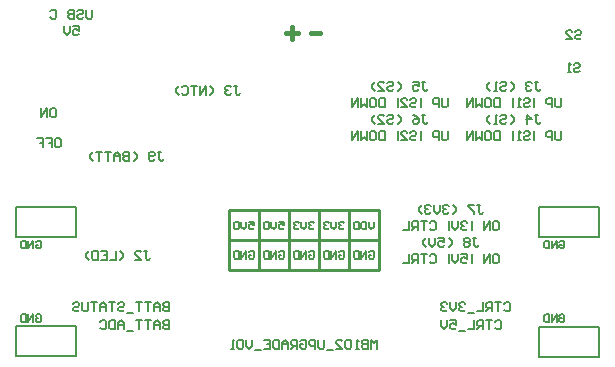
<source format=gbo>
G04*
G04 #@! TF.GenerationSoftware,Altium Limited,Altium Designer,24.2.2 (26)*
G04*
G04 Layer_Color=5220458*
%FSLAX25Y25*%
%MOIN*%
G70*
G04*
G04 #@! TF.SameCoordinates,5F421DDB-3BC7-4088-8A48-602F4A50BB0D*
G04*
G04*
G04 #@! TF.FilePolarity,Positive*
G04*
G01*
G75*
%ADD11C,0.00787*%
%ADD13C,0.00800*%
%ADD14C,0.01000*%
%ADD17C,0.01500*%
D11*
X183500Y11000D02*
X203500D01*
X183500Y21000D02*
X203500D01*
X183500Y11000D02*
Y21000D01*
X203500Y11000D02*
Y21000D01*
X183500Y51000D02*
Y61000D01*
X203500D01*
X183500Y51000D02*
X203500D01*
Y61000D01*
X9000Y11500D02*
Y21500D01*
X29000D01*
X9000Y11500D02*
X29000D01*
Y21500D01*
X9000Y51000D02*
Y61000D01*
X29000D01*
X9000Y51000D02*
X29000D01*
Y61000D01*
D13*
X190166Y24833D02*
X190583Y25250D01*
X191416D01*
X191832Y24833D01*
Y23167D01*
X191416Y22750D01*
X190583D01*
X190166Y23167D01*
Y24000D01*
X190999D01*
X189333Y22750D02*
Y25250D01*
X187667Y22750D01*
Y25250D01*
X186834D02*
Y22750D01*
X185584D01*
X185168Y23167D01*
Y24833D01*
X185584Y25250D01*
X186834D01*
X128326Y56169D02*
Y54502D01*
X127493Y53669D01*
X126660Y54502D01*
Y56169D01*
X125827D02*
Y53669D01*
X124577D01*
X124160Y54086D01*
Y55752D01*
X124577Y56169D01*
X125827D01*
X123327D02*
Y53669D01*
X122078D01*
X121661Y54086D01*
Y55752D01*
X122078Y56169D01*
X123327D01*
X118329Y55752D02*
X117912Y56169D01*
X117079D01*
X116663Y55752D01*
Y55336D01*
X117079Y54919D01*
X117496D01*
X117079D01*
X116663Y54502D01*
Y54086D01*
X117079Y53669D01*
X117912D01*
X118329Y54086D01*
X115830Y56169D02*
Y54502D01*
X114997Y53669D01*
X114164Y54502D01*
Y56169D01*
X113331Y55752D02*
X112914Y56169D01*
X112081D01*
X111664Y55752D01*
Y55336D01*
X112081Y54919D01*
X112498D01*
X112081D01*
X111664Y54502D01*
Y54086D01*
X112081Y53669D01*
X112914D01*
X113331Y54086D01*
X108332Y55752D02*
X107916Y56169D01*
X107083D01*
X106666Y55752D01*
Y55336D01*
X107083Y54919D01*
X107499D01*
X107083D01*
X106666Y54502D01*
Y54086D01*
X107083Y53669D01*
X107916D01*
X108332Y54086D01*
X105833Y56169D02*
Y54502D01*
X105000Y53669D01*
X104167Y54502D01*
Y56169D01*
X103334Y55752D02*
X102917Y56169D01*
X102084D01*
X101668Y55752D01*
Y55336D01*
X102084Y54919D01*
X102501D01*
X102084D01*
X101668Y54502D01*
Y54086D01*
X102084Y53669D01*
X102917D01*
X103334Y54086D01*
X96669Y56169D02*
X98335D01*
Y54919D01*
X97502Y55336D01*
X97086D01*
X96669Y54919D01*
Y54086D01*
X97086Y53669D01*
X97919D01*
X98335Y54086D01*
X95836Y56169D02*
Y54502D01*
X95003Y53669D01*
X94170Y54502D01*
Y56169D01*
X93337Y55752D02*
X92921Y56169D01*
X92088D01*
X91671Y55752D01*
Y54086D01*
X92088Y53669D01*
X92921D01*
X93337Y54086D01*
Y55752D01*
X86673Y56169D02*
X88339D01*
Y54919D01*
X87506Y55336D01*
X87089D01*
X86673Y54919D01*
Y54086D01*
X87089Y53669D01*
X87922D01*
X88339Y54086D01*
X85839Y56169D02*
Y54502D01*
X85006Y53669D01*
X84173Y54502D01*
Y56169D01*
X83340Y55752D02*
X82924Y56169D01*
X82091D01*
X81674Y55752D01*
Y54086D01*
X82091Y53669D01*
X82924D01*
X83340Y54086D01*
Y55752D01*
X126660Y45914D02*
X127076Y46331D01*
X127909D01*
X128326Y45914D01*
Y44248D01*
X127909Y43831D01*
X127076D01*
X126660Y44248D01*
Y45081D01*
X127493D01*
X125827Y43831D02*
Y46331D01*
X124160Y43831D01*
Y46331D01*
X123327D02*
Y43831D01*
X122078D01*
X121661Y44248D01*
Y45914D01*
X122078Y46331D01*
X123327D01*
X116663Y45914D02*
X117079Y46331D01*
X117912D01*
X118329Y45914D01*
Y44248D01*
X117912Y43831D01*
X117079D01*
X116663Y44248D01*
Y45081D01*
X117496D01*
X115830Y43831D02*
Y46331D01*
X114164Y43831D01*
Y46331D01*
X113331D02*
Y43831D01*
X112081D01*
X111664Y44248D01*
Y45914D01*
X112081Y46331D01*
X113331D01*
X106666Y45914D02*
X107083Y46331D01*
X107916D01*
X108332Y45914D01*
Y44248D01*
X107916Y43831D01*
X107083D01*
X106666Y44248D01*
Y45081D01*
X107499D01*
X105833Y43831D02*
Y46331D01*
X104167Y43831D01*
Y46331D01*
X103334D02*
Y43831D01*
X102084D01*
X101668Y44248D01*
Y45914D01*
X102084Y46331D01*
X103334D01*
X96669Y45914D02*
X97086Y46331D01*
X97919D01*
X98335Y45914D01*
Y44248D01*
X97919Y43831D01*
X97086D01*
X96669Y44248D01*
Y45081D01*
X97502D01*
X95836Y43831D02*
Y46331D01*
X94170Y43831D01*
Y46331D01*
X93337D02*
Y43831D01*
X92088D01*
X91671Y44248D01*
Y45914D01*
X92088Y46331D01*
X93337D01*
X86673Y45914D02*
X87089Y46331D01*
X87922D01*
X88339Y45914D01*
Y44248D01*
X87922Y43831D01*
X87089D01*
X86673Y44248D01*
Y45081D01*
X87506D01*
X85839Y43831D02*
Y46331D01*
X84173Y43831D01*
Y46331D01*
X83340D02*
Y43831D01*
X82091D01*
X81674Y44248D01*
Y45914D01*
X82091Y46331D01*
X83340D01*
X15666Y49333D02*
X16083Y49750D01*
X16916D01*
X17332Y49333D01*
Y47667D01*
X16916Y47250D01*
X16083D01*
X15666Y47667D01*
Y48500D01*
X16499D01*
X14833Y47250D02*
Y49750D01*
X13167Y47250D01*
Y49750D01*
X12334D02*
Y47250D01*
X11084D01*
X10668Y47667D01*
Y49333D01*
X11084Y49750D01*
X12334D01*
X21000Y93999D02*
X21999D01*
X22499Y93500D01*
Y91500D01*
X21999Y91000D01*
X21000D01*
X20500Y91500D01*
Y93500D01*
X21000Y93999D01*
X19500Y91000D02*
Y93999D01*
X17501Y91000D01*
Y93999D01*
X190166Y49333D02*
X190583Y49750D01*
X191416D01*
X191832Y49333D01*
Y47667D01*
X191416Y47250D01*
X190583D01*
X190166Y47667D01*
Y48500D01*
X190999D01*
X189333Y47250D02*
Y49750D01*
X187667Y47250D01*
Y49750D01*
X186834D02*
Y47250D01*
X185584D01*
X185168Y47667D01*
Y49333D01*
X185584Y49750D01*
X186834D01*
X15666Y24833D02*
X16083Y25250D01*
X16916D01*
X17332Y24833D01*
Y23167D01*
X16916Y22750D01*
X16083D01*
X15666Y23167D01*
Y24000D01*
X16499D01*
X14833Y22750D02*
Y25250D01*
X13167Y22750D01*
Y25250D01*
X12334D02*
Y22750D01*
X11084D01*
X10668Y23167D01*
Y24833D01*
X11084Y25250D01*
X12334D01*
X60200Y29259D02*
Y26260D01*
X58701D01*
X58201Y26760D01*
Y27259D01*
X58701Y27759D01*
X60200D01*
X58701D01*
X58201Y28259D01*
Y28759D01*
X58701Y29259D01*
X60200D01*
X57201Y26260D02*
Y28259D01*
X56201Y29259D01*
X55202Y28259D01*
Y26260D01*
Y27759D01*
X57201D01*
X54202Y29259D02*
X52203D01*
X53202D01*
Y26260D01*
X51203Y29259D02*
X49204D01*
X50203D01*
Y26260D01*
X48204Y25760D02*
X46205D01*
X43205Y28759D02*
X43705Y29259D01*
X44705D01*
X45205Y28759D01*
Y28259D01*
X44705Y27759D01*
X43705D01*
X43205Y27259D01*
Y26760D01*
X43705Y26260D01*
X44705D01*
X45205Y26760D01*
X42206Y29259D02*
X40207D01*
X41206D01*
Y26260D01*
X39207D02*
Y28259D01*
X38207Y29259D01*
X37207Y28259D01*
Y26260D01*
Y27759D01*
X39207D01*
X36208Y29259D02*
X34208D01*
X35208D01*
Y26260D01*
X33209Y29259D02*
Y26760D01*
X32709Y26260D01*
X31709D01*
X31209Y26760D01*
Y29259D01*
X28210Y28759D02*
X28710Y29259D01*
X29710D01*
X30210Y28759D01*
Y28259D01*
X29710Y27759D01*
X28710D01*
X28210Y27259D01*
Y26760D01*
X28710Y26260D01*
X29710D01*
X30210Y26760D01*
X60200Y23240D02*
Y20241D01*
X58701D01*
X58201Y20741D01*
Y21241D01*
X58701Y21741D01*
X60200D01*
X58701D01*
X58201Y22240D01*
Y22740D01*
X58701Y23240D01*
X60200D01*
X57201Y20241D02*
Y22240D01*
X56201Y23240D01*
X55202Y22240D01*
Y20241D01*
Y21741D01*
X57201D01*
X54202Y23240D02*
X52203D01*
X53202D01*
Y20241D01*
X51203Y23240D02*
X49204D01*
X50203D01*
Y20241D01*
X48204Y19741D02*
X46205D01*
X45205Y20241D02*
Y22240D01*
X44205Y23240D01*
X43205Y22240D01*
Y20241D01*
Y21741D01*
X45205D01*
X42206Y23240D02*
Y20241D01*
X40706D01*
X40207Y20741D01*
Y22740D01*
X40706Y23240D01*
X42206D01*
X37207Y22740D02*
X37707Y23240D01*
X38707D01*
X39207Y22740D01*
Y20741D01*
X38707Y20241D01*
X37707D01*
X37207Y20741D01*
X181998Y102778D02*
X182997D01*
X182498D01*
Y100279D01*
X182997Y99779D01*
X183497D01*
X183997Y100279D01*
X180998Y102278D02*
X180498Y102778D01*
X179499D01*
X178999Y102278D01*
Y101778D01*
X179499Y101278D01*
X179998D01*
X179499D01*
X178999Y100778D01*
Y100279D01*
X179499Y99779D01*
X180498D01*
X180998Y100279D01*
X174000Y99779D02*
X175000Y100778D01*
Y101778D01*
X174000Y102778D01*
X170501Y102278D02*
X171001Y102778D01*
X172001D01*
X172501Y102278D01*
Y101778D01*
X172001Y101278D01*
X171001D01*
X170501Y100778D01*
Y100279D01*
X171001Y99779D01*
X172001D01*
X172501Y100279D01*
X169502Y99779D02*
X168502D01*
X169002D01*
Y102778D01*
X169502Y102278D01*
X167003Y99779D02*
X166003Y100778D01*
Y101778D01*
X167003Y102778D01*
X190745Y97259D02*
Y94760D01*
X190245Y94260D01*
X189245D01*
X188746Y94760D01*
Y97259D01*
X187746Y94260D02*
Y97259D01*
X186246D01*
X185747Y96759D01*
Y95759D01*
X186246Y95260D01*
X187746D01*
X181748Y97259D02*
Y94260D01*
X178249Y96759D02*
X178749Y97259D01*
X179748D01*
X180248Y96759D01*
Y96259D01*
X179748Y95759D01*
X178749D01*
X178249Y95260D01*
Y94760D01*
X178749Y94260D01*
X179748D01*
X180248Y94760D01*
X177249Y94260D02*
X176250D01*
X176749D01*
Y97259D01*
X177249Y96759D01*
X174750Y97259D02*
Y94260D01*
X170252Y97259D02*
Y94260D01*
X168752D01*
X168252Y94760D01*
Y96759D01*
X168752Y97259D01*
X170252D01*
X165753D02*
X166753D01*
X167253Y96759D01*
Y94760D01*
X166753Y94260D01*
X165753D01*
X165253Y94760D01*
Y96759D01*
X165753Y97259D01*
X164253D02*
Y94260D01*
X163254Y95260D01*
X162254Y94260D01*
Y97259D01*
X161254Y94260D02*
Y97259D01*
X159255Y94260D01*
Y97259D01*
X181998Y91740D02*
X182997D01*
X182498D01*
Y89241D01*
X182997Y88741D01*
X183497D01*
X183997Y89241D01*
X179499Y88741D02*
Y91740D01*
X180998Y90241D01*
X178999D01*
X174000Y88741D02*
X175000Y89741D01*
Y90740D01*
X174000Y91740D01*
X170501Y91240D02*
X171001Y91740D01*
X172001D01*
X172501Y91240D01*
Y90740D01*
X172001Y90241D01*
X171001D01*
X170501Y89741D01*
Y89241D01*
X171001Y88741D01*
X172001D01*
X172501Y89241D01*
X169502Y88741D02*
X168502D01*
X169002D01*
Y91740D01*
X169502Y91240D01*
X167003Y88741D02*
X166003Y89741D01*
Y90740D01*
X167003Y91740D01*
X190745Y86221D02*
Y83722D01*
X190245Y83222D01*
X189245D01*
X188746Y83722D01*
Y86221D01*
X187746Y83222D02*
Y86221D01*
X186246D01*
X185747Y85721D01*
Y84722D01*
X186246Y84222D01*
X187746D01*
X181748Y86221D02*
Y83222D01*
X178249Y85721D02*
X178749Y86221D01*
X179748D01*
X180248Y85721D01*
Y85222D01*
X179748Y84722D01*
X178749D01*
X178249Y84222D01*
Y83722D01*
X178749Y83222D01*
X179748D01*
X180248Y83722D01*
X177249Y83222D02*
X176250D01*
X176749D01*
Y86221D01*
X177249Y85721D01*
X174750Y86221D02*
Y83222D01*
X170252Y86221D02*
Y83222D01*
X168752D01*
X168252Y83722D01*
Y85721D01*
X168752Y86221D01*
X170252D01*
X165753D02*
X166753D01*
X167253Y85721D01*
Y83722D01*
X166753Y83222D01*
X165753D01*
X165253Y83722D01*
Y85721D01*
X165753Y86221D01*
X164253D02*
Y83222D01*
X163254Y84222D01*
X162254Y83222D01*
Y86221D01*
X161254Y83222D02*
Y86221D01*
X159255Y83222D01*
Y86221D01*
X129242Y13750D02*
Y16749D01*
X128243Y15750D01*
X127243Y16749D01*
Y13750D01*
X126243Y16749D02*
Y13750D01*
X124744D01*
X124244Y14250D01*
Y14750D01*
X124744Y15250D01*
X126243D01*
X124744D01*
X124244Y15750D01*
Y16250D01*
X124744Y16749D01*
X126243D01*
X123244Y13750D02*
X122244D01*
X122744D01*
Y16749D01*
X123244Y16250D01*
X120745D02*
X120245Y16749D01*
X119245D01*
X118746Y16250D01*
Y14250D01*
X119245Y13750D01*
X120245D01*
X120745Y14250D01*
Y16250D01*
X115746Y13750D02*
X117746D01*
X115746Y15750D01*
Y16250D01*
X116246Y16749D01*
X117246D01*
X117746Y16250D01*
X114747Y13251D02*
X112748D01*
X111748Y16749D02*
Y14250D01*
X111248Y13750D01*
X110248D01*
X109748Y14250D01*
Y16749D01*
X108749Y13750D02*
Y16749D01*
X107249D01*
X106749Y16250D01*
Y15250D01*
X107249Y14750D01*
X108749D01*
X103750Y16250D02*
X104250Y16749D01*
X105250D01*
X105750Y16250D01*
Y14250D01*
X105250Y13750D01*
X104250D01*
X103750Y14250D01*
Y15250D01*
X104750D01*
X102751Y13750D02*
Y16749D01*
X101251D01*
X100751Y16250D01*
Y15250D01*
X101251Y14750D01*
X102751D01*
X101751D02*
X100751Y13750D01*
X99752D02*
Y15750D01*
X98752Y16749D01*
X97752Y15750D01*
Y13750D01*
Y15250D01*
X99752D01*
X96753Y16749D02*
Y13750D01*
X95253D01*
X94753Y14250D01*
Y16250D01*
X95253Y16749D01*
X96753D01*
X91754D02*
X93754D01*
Y13750D01*
X91754D01*
X93754Y15250D02*
X92754D01*
X90755Y13251D02*
X88755D01*
X87756Y16749D02*
Y14750D01*
X86756Y13750D01*
X85756Y14750D01*
Y16749D01*
X84757Y16250D02*
X84257Y16749D01*
X83257D01*
X82757Y16250D01*
Y14250D01*
X83257Y13750D01*
X84257D01*
X84757Y14250D01*
Y16250D01*
X81757Y13750D02*
X80758D01*
X81258D01*
Y16749D01*
X81757Y16250D01*
X144248Y102778D02*
X145247D01*
X144747D01*
Y100279D01*
X145247Y99779D01*
X145747D01*
X146247Y100279D01*
X141249Y102778D02*
X143248D01*
Y101278D01*
X142248Y101778D01*
X141748D01*
X141249Y101278D01*
Y100279D01*
X141748Y99779D01*
X142748D01*
X143248Y100279D01*
X136250Y99779D02*
X137250Y100778D01*
Y101778D01*
X136250Y102778D01*
X132751Y102278D02*
X133251Y102778D01*
X134251D01*
X134751Y102278D01*
Y101778D01*
X134251Y101278D01*
X133251D01*
X132751Y100778D01*
Y100279D01*
X133251Y99779D01*
X134251D01*
X134751Y100279D01*
X129752Y99779D02*
X131752D01*
X129752Y101778D01*
Y102278D01*
X130252Y102778D01*
X131252D01*
X131752Y102278D01*
X128753Y99779D02*
X127753Y100778D01*
Y101778D01*
X128753Y102778D01*
X152995Y97259D02*
Y94760D01*
X152495Y94260D01*
X151495D01*
X150996Y94760D01*
Y97259D01*
X149996Y94260D02*
Y97259D01*
X148496D01*
X147996Y96759D01*
Y95759D01*
X148496Y95260D01*
X149996D01*
X143998Y97259D02*
Y94260D01*
X140499Y96759D02*
X140999Y97259D01*
X141998D01*
X142498Y96759D01*
Y96259D01*
X141998Y95759D01*
X140999D01*
X140499Y95260D01*
Y94760D01*
X140999Y94260D01*
X141998D01*
X142498Y94760D01*
X137500Y94260D02*
X139499D01*
X137500Y96259D01*
Y96759D01*
X138000Y97259D01*
X138999D01*
X139499Y96759D01*
X136500Y97259D02*
Y94260D01*
X132002Y97259D02*
Y94260D01*
X130502D01*
X130002Y94760D01*
Y96759D01*
X130502Y97259D01*
X132002D01*
X127503D02*
X128503D01*
X129003Y96759D01*
Y94760D01*
X128503Y94260D01*
X127503D01*
X127003Y94760D01*
Y96759D01*
X127503Y97259D01*
X126004D02*
Y94260D01*
X125004Y95260D01*
X124004Y94260D01*
Y97259D01*
X123004Y94260D02*
Y97259D01*
X121005Y94260D01*
Y97259D01*
X144248Y91740D02*
X145247D01*
X144747D01*
Y89241D01*
X145247Y88741D01*
X145747D01*
X146247Y89241D01*
X141249Y91740D02*
X142248Y91240D01*
X143248Y90241D01*
Y89241D01*
X142748Y88741D01*
X141748D01*
X141249Y89241D01*
Y89741D01*
X141748Y90241D01*
X143248D01*
X136250Y88741D02*
X137250Y89741D01*
Y90740D01*
X136250Y91740D01*
X132751Y91240D02*
X133251Y91740D01*
X134251D01*
X134751Y91240D01*
Y90740D01*
X134251Y90241D01*
X133251D01*
X132751Y89741D01*
Y89241D01*
X133251Y88741D01*
X134251D01*
X134751Y89241D01*
X129752Y88741D02*
X131752D01*
X129752Y90740D01*
Y91240D01*
X130252Y91740D01*
X131252D01*
X131752Y91240D01*
X128753Y88741D02*
X127753Y89741D01*
Y90740D01*
X128753Y91740D01*
X152995Y86221D02*
Y83722D01*
X152495Y83222D01*
X151495D01*
X150996Y83722D01*
Y86221D01*
X149996Y83222D02*
Y86221D01*
X148496D01*
X147996Y85721D01*
Y84722D01*
X148496Y84222D01*
X149996D01*
X143998Y86221D02*
Y83222D01*
X140499Y85721D02*
X140999Y86221D01*
X141998D01*
X142498Y85721D01*
Y85222D01*
X141998Y84722D01*
X140999D01*
X140499Y84222D01*
Y83722D01*
X140999Y83222D01*
X141998D01*
X142498Y83722D01*
X137500Y83222D02*
X139499D01*
X137500Y85222D01*
Y85721D01*
X138000Y86221D01*
X138999D01*
X139499Y85721D01*
X136500Y86221D02*
Y83222D01*
X132002Y86221D02*
Y83222D01*
X130502D01*
X130002Y83722D01*
Y85721D01*
X130502Y86221D01*
X132002D01*
X127503D02*
X128503D01*
X129003Y85721D01*
Y83722D01*
X128503Y83222D01*
X127503D01*
X127003Y83722D01*
Y85721D01*
X127503Y86221D01*
X126004D02*
Y83222D01*
X125004Y84222D01*
X124004Y83222D01*
Y86221D01*
X123004Y83222D02*
Y86221D01*
X121005Y83222D01*
Y86221D01*
X81747Y101499D02*
X82747D01*
X82247D01*
Y99000D01*
X82747Y98501D01*
X83247D01*
X83746Y99000D01*
X80747Y101000D02*
X80248Y101499D01*
X79248D01*
X78748Y101000D01*
Y100500D01*
X79248Y100000D01*
X79748D01*
X79248D01*
X78748Y99500D01*
Y99000D01*
X79248Y98501D01*
X80248D01*
X80747Y99000D01*
X73750Y98501D02*
X74749Y99500D01*
Y100500D01*
X73750Y101499D01*
X72250Y98501D02*
Y101499D01*
X70251Y98501D01*
Y101499D01*
X69251D02*
X67252D01*
X68252D01*
Y98501D01*
X64253Y101000D02*
X64753Y101499D01*
X65752D01*
X66252Y101000D01*
Y99000D01*
X65752Y98501D01*
X64753D01*
X64253Y99000D01*
X63253Y98501D02*
X62253Y99500D01*
Y100500D01*
X63253Y101499D01*
X56247Y79500D02*
X57246D01*
X56747D01*
Y77000D01*
X57246Y76500D01*
X57746D01*
X58246Y77000D01*
X55247D02*
X54747Y76500D01*
X53747D01*
X53248Y77000D01*
Y79000D01*
X53747Y79500D01*
X54747D01*
X55247Y79000D01*
Y78500D01*
X54747Y78000D01*
X53248D01*
X48249Y76500D02*
X49249Y77500D01*
Y78500D01*
X48249Y79500D01*
X46750D02*
Y76500D01*
X45250D01*
X44750Y77000D01*
Y77500D01*
X45250Y78000D01*
X46750D01*
X45250D01*
X44750Y78500D01*
Y79000D01*
X45250Y79500D01*
X46750D01*
X43751Y76500D02*
Y78500D01*
X42751Y79500D01*
X41751Y78500D01*
Y76500D01*
Y78000D01*
X43751D01*
X40752Y79500D02*
X38752D01*
X39752D01*
Y76500D01*
X37753Y79500D02*
X35753D01*
X36753D01*
Y76500D01*
X34754D02*
X33754Y77500D01*
Y78500D01*
X34754Y79500D01*
X51747Y46499D02*
X52747D01*
X52247D01*
Y44000D01*
X52747Y43501D01*
X53247D01*
X53746Y44000D01*
X48748Y43501D02*
X50748D01*
X48748Y45500D01*
Y46000D01*
X49248Y46499D01*
X50248D01*
X50748Y46000D01*
X43750Y43501D02*
X44749Y44500D01*
Y45500D01*
X43750Y46499D01*
X42250D02*
Y43501D01*
X40251D01*
X37252Y46499D02*
X39251D01*
Y43501D01*
X37252D01*
X39251Y45000D02*
X38252D01*
X36252Y46499D02*
Y43501D01*
X34753D01*
X34253Y44000D01*
Y46000D01*
X34753Y46499D01*
X36252D01*
X33253Y43501D02*
X32254Y44500D01*
Y45500D01*
X33253Y46499D01*
X162747Y61778D02*
X163747D01*
X163247D01*
Y59279D01*
X163747Y58779D01*
X164247D01*
X164746Y59279D01*
X161748Y61778D02*
X159748D01*
Y61278D01*
X161748Y59279D01*
Y58779D01*
X154750D02*
X155749Y59778D01*
Y60778D01*
X154750Y61778D01*
X153250Y61278D02*
X152750Y61778D01*
X151751D01*
X151251Y61278D01*
Y60778D01*
X151751Y60278D01*
X152251D01*
X151751D01*
X151251Y59778D01*
Y59279D01*
X151751Y58779D01*
X152750D01*
X153250Y59279D01*
X150251Y61778D02*
Y59778D01*
X149251Y58779D01*
X148252Y59778D01*
Y61778D01*
X147252Y61278D02*
X146752Y61778D01*
X145753D01*
X145253Y61278D01*
Y60778D01*
X145753Y60278D01*
X146253D01*
X145753D01*
X145253Y59778D01*
Y59279D01*
X145753Y58779D01*
X146752D01*
X147252Y59279D01*
X144253Y58779D02*
X143254Y59778D01*
Y60778D01*
X144253Y61778D01*
X168495Y56259D02*
X169495D01*
X169995Y55759D01*
Y53760D01*
X169495Y53260D01*
X168495D01*
X167996Y53760D01*
Y55759D01*
X168495Y56259D01*
X166996Y53260D02*
Y56259D01*
X164997Y53260D01*
Y56259D01*
X160998D02*
Y53260D01*
X159498Y55759D02*
X158998Y56259D01*
X157999D01*
X157499Y55759D01*
Y55259D01*
X157999Y54759D01*
X158499D01*
X157999D01*
X157499Y54260D01*
Y53760D01*
X157999Y53260D01*
X158998D01*
X159498Y53760D01*
X156499Y56259D02*
Y54260D01*
X155499Y53260D01*
X154500Y54260D01*
Y56259D01*
X153500D02*
Y53260D01*
X147002Y55759D02*
X147502Y56259D01*
X148502D01*
X149002Y55759D01*
Y53760D01*
X148502Y53260D01*
X147502D01*
X147002Y53760D01*
X146003Y56259D02*
X144003D01*
X145003D01*
Y53260D01*
X143003D02*
Y56259D01*
X141504D01*
X141004Y55759D01*
Y54759D01*
X141504Y54260D01*
X143003D01*
X142004D02*
X141004Y53260D01*
X140005Y56259D02*
Y53260D01*
X138005D01*
X161248Y50740D02*
X162247D01*
X161748D01*
Y48241D01*
X162247Y47741D01*
X162747D01*
X163247Y48241D01*
X160248Y50240D02*
X159748Y50740D01*
X158748D01*
X158249Y50240D01*
Y49740D01*
X158748Y49241D01*
X158249Y48741D01*
Y48241D01*
X158748Y47741D01*
X159748D01*
X160248Y48241D01*
Y48741D01*
X159748Y49241D01*
X160248Y49740D01*
Y50240D01*
X159748Y49241D02*
X158748D01*
X153250Y47741D02*
X154250Y48741D01*
Y49740D01*
X153250Y50740D01*
X149751D02*
X151751D01*
Y49241D01*
X150751Y49740D01*
X150251D01*
X149751Y49241D01*
Y48241D01*
X150251Y47741D01*
X151251D01*
X151751Y48241D01*
X148752Y50740D02*
Y48741D01*
X147752Y47741D01*
X146752Y48741D01*
Y50740D01*
X145753Y47741D02*
X144753Y48741D01*
Y49740D01*
X145753Y50740D01*
X168495Y45221D02*
X169495D01*
X169995Y44721D01*
Y42722D01*
X169495Y42222D01*
X168495D01*
X167996Y42722D01*
Y44721D01*
X168495Y45221D01*
X166996Y42222D02*
Y45221D01*
X164997Y42222D01*
Y45221D01*
X160998D02*
Y42222D01*
X157499Y45221D02*
X159498D01*
Y43722D01*
X158499Y44222D01*
X157999D01*
X157499Y43722D01*
Y42722D01*
X157999Y42222D01*
X158998D01*
X159498Y42722D01*
X156499Y45221D02*
Y43222D01*
X155499Y42222D01*
X154500Y43222D01*
Y45221D01*
X153500D02*
Y42222D01*
X147002Y44721D02*
X147502Y45221D01*
X148502D01*
X149002Y44721D01*
Y42722D01*
X148502Y42222D01*
X147502D01*
X147002Y42722D01*
X146003Y45221D02*
X144003D01*
X145003D01*
Y42222D01*
X143003D02*
Y45221D01*
X141504D01*
X141004Y44721D01*
Y43722D01*
X141504Y43222D01*
X143003D01*
X142004D02*
X141004Y42222D01*
X140005Y45221D02*
Y42222D01*
X138005D01*
X34498Y126759D02*
Y124260D01*
X33998Y123760D01*
X32998D01*
X32498Y124260D01*
Y126759D01*
X29499Y126259D02*
X29999Y126759D01*
X30999D01*
X31499Y126259D01*
Y125759D01*
X30999Y125259D01*
X29999D01*
X29499Y124760D01*
Y124260D01*
X29999Y123760D01*
X30999D01*
X31499Y124260D01*
X28500Y126759D02*
Y123760D01*
X27000D01*
X26500Y124260D01*
Y124760D01*
X27000Y125259D01*
X28500D01*
X27000D01*
X26500Y125759D01*
Y126259D01*
X27000Y126759D01*
X28500D01*
X20502Y126259D02*
X21002Y126759D01*
X22002D01*
X22502Y126259D01*
Y124260D01*
X22002Y123760D01*
X21002D01*
X20502Y124260D01*
X28000Y121240D02*
X29999D01*
Y119741D01*
X29000Y120240D01*
X28500D01*
X28000Y119741D01*
Y118741D01*
X28500Y118241D01*
X29499D01*
X29999Y118741D01*
X27000Y121240D02*
Y119241D01*
X26000Y118241D01*
X25001Y119241D01*
Y121240D01*
X195500Y119518D02*
X196000Y120018D01*
X196999D01*
X197499Y119518D01*
Y119019D01*
X196999Y118519D01*
X196000D01*
X195500Y118019D01*
Y117519D01*
X196000Y117019D01*
X196999D01*
X197499Y117519D01*
X192501Y117019D02*
X194500D01*
X192501Y119019D01*
Y119518D01*
X193001Y120018D01*
X194000D01*
X194500Y119518D01*
X195000Y108481D02*
X195500Y108981D01*
X196500D01*
X196999Y108481D01*
Y107981D01*
X196500Y107481D01*
X195500D01*
X195000Y106981D01*
Y106482D01*
X195500Y105982D01*
X196500D01*
X196999Y106482D01*
X194000Y105982D02*
X193001D01*
X193500D01*
Y108981D01*
X194000Y108481D01*
X171793Y28759D02*
X172293Y29259D01*
X173293D01*
X173793Y28759D01*
Y26760D01*
X173293Y26260D01*
X172293D01*
X171793Y26760D01*
X170793Y29259D02*
X168794D01*
X169794D01*
Y26260D01*
X167795D02*
Y29259D01*
X166295D01*
X165795Y28759D01*
Y27759D01*
X166295Y27259D01*
X167795D01*
X166795D02*
X165795Y26260D01*
X164795Y29259D02*
Y26260D01*
X162796D01*
X161796Y25760D02*
X159797D01*
X158797Y28759D02*
X158298Y29259D01*
X157298D01*
X156798Y28759D01*
Y28259D01*
X157298Y27759D01*
X157798D01*
X157298D01*
X156798Y27259D01*
Y26760D01*
X157298Y26260D01*
X158298D01*
X158797Y26760D01*
X155798Y29259D02*
Y27259D01*
X154799Y26260D01*
X153799Y27259D01*
Y29259D01*
X152799Y28759D02*
X152299Y29259D01*
X151300D01*
X150800Y28759D01*
Y28259D01*
X151300Y27759D01*
X151800D01*
X151300D01*
X150800Y27259D01*
Y26760D01*
X151300Y26260D01*
X152299D01*
X152799Y26760D01*
X168794Y22740D02*
X169294Y23240D01*
X170294D01*
X170793Y22740D01*
Y20741D01*
X170294Y20241D01*
X169294D01*
X168794Y20741D01*
X167795Y23240D02*
X165795D01*
X166795D01*
Y20241D01*
X164795D02*
Y23240D01*
X163296D01*
X162796Y22740D01*
Y21741D01*
X163296Y21241D01*
X164795D01*
X163796D02*
X162796Y20241D01*
X161796Y23240D02*
Y20241D01*
X159797D01*
X158797Y19741D02*
X156798D01*
X153799Y23240D02*
X155798D01*
Y21741D01*
X154799Y22240D01*
X154299D01*
X153799Y21741D01*
Y20741D01*
X154299Y20241D01*
X155298D01*
X155798Y20741D01*
X152799Y23240D02*
Y21241D01*
X151800Y20241D01*
X150800Y21241D01*
Y23240D01*
X22499Y84000D02*
X23499D01*
X23999Y83500D01*
Y81500D01*
X23499Y81001D01*
X22499D01*
X21999Y81500D01*
Y83500D01*
X22499Y84000D01*
X19000D02*
X21000D01*
Y82500D01*
X20000D01*
X21000D01*
Y81001D01*
X16001Y84000D02*
X18001D01*
Y82500D01*
X17001D01*
X18001D01*
Y81001D01*
D14*
X90000Y40000D02*
Y60000D01*
X100000Y40000D02*
Y60000D01*
X110000Y40000D02*
Y60000D01*
X120000Y40000D02*
Y60000D01*
X80000Y50000D02*
X130000D01*
X80000Y60000D02*
X130000D01*
X80000Y40000D02*
Y60000D01*
Y40000D02*
X130000D01*
Y60000D01*
D17*
X101000Y117000D02*
Y121000D01*
X99000Y119000D02*
X103000D01*
X107500D02*
X110500D01*
M02*

</source>
